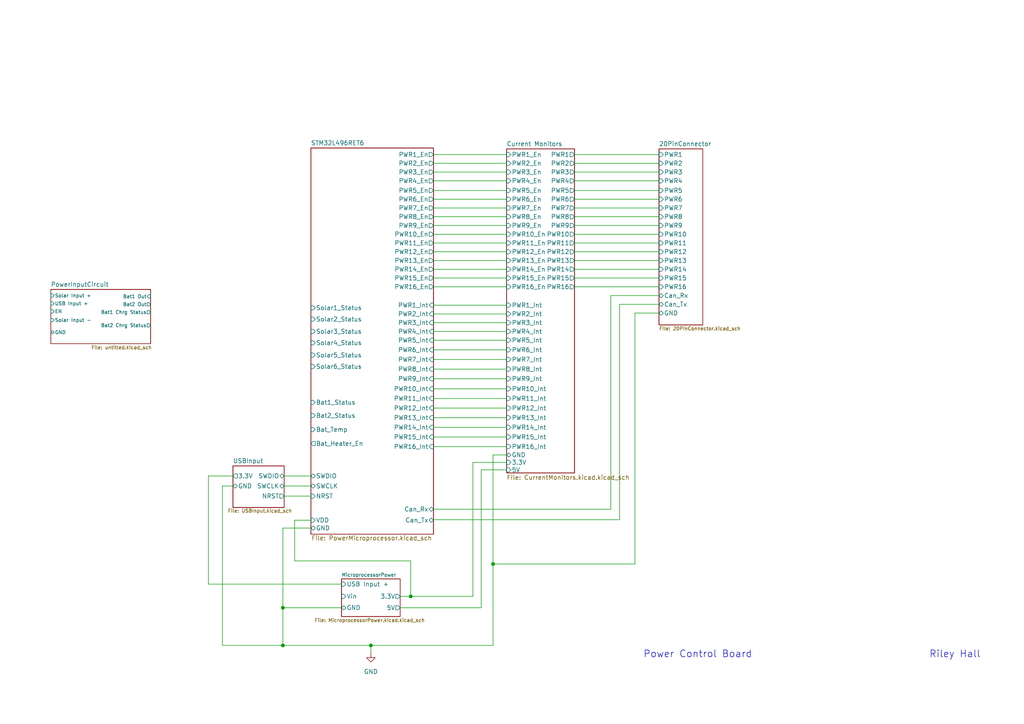
<source format=kicad_sch>
(kicad_sch (version 20211123) (generator eeschema)
  (paper "A4")
  (lib_symbols
    (symbol "power:GND" (power) (pin_names (offset 0))
      (property "Value" "GND" (at 0 -3.81 0))
      (symbol "GND_0_1"
        (polyline (pts (xy 0 0) (xy 0 -1.27) (xy 1.27 -1.27) (xy 0 -2.54) (xy -1.27 -1.27) (xy 0 -1.27)))
      )
      (symbol "GND_1_1"
        (pin power_in line (at 0 0 270) (length 0) hide (name "GND") (number "1"))
      )
    )
  )
  (junction (at 82.042 176.276))
  (junction (at 82.042 187.198))
  (junction (at 107.569 187.198))
  (junction (at 143.002 163.576))
  (junction (at 119.126 172.974))
  (wire (pts (xy 64.516 187.198) (xy 82.042 187.198)))
  (wire (pts (xy 82.042 176.276) (xy 82.042 187.198)))
  (wire (pts (xy 125.73 44.831) (xy 146.939 44.831)))
  (wire (pts (xy 125.73 70.485) (xy 146.939 70.485)))
  (wire (pts (xy 146.939 131.953) (xy 143.002 131.953)))
  (wire (pts (xy 191.135 90.805) (xy 184.15 90.805)))
  (wire (pts (xy 125.73 109.855) (xy 146.939 109.855)))
  (wire (pts (xy 125.73 88.519) (xy 146.939 88.519)))
  (wire (pts (xy 166.624 49.911) (xy 191.135 49.911)))
  (wire (pts (xy 107.569 187.198) (xy 82.042 187.198)))
  (wire (pts (xy 143.002 131.953) (xy 143.002 163.576)))
  (wire (pts (xy 82.423 143.891) (xy 90.17 143.891)))
  (wire (pts (xy 125.73 80.645) (xy 146.939 80.645)))
  (wire (pts (xy 125.73 150.749) (xy 179.705 150.749)))
  (wire (pts (xy 125.73 129.54) (xy 146.939 129.54)))
  (wire (pts (xy 143.002 187.198) (xy 107.569 187.198)))
  (wire (pts (xy 125.73 62.865) (xy 146.939 62.865)))
  (wire (pts (xy 67.564 138.049) (xy 60.452 138.049)))
  (wire (pts (xy 125.73 96.139) (xy 146.939 96.139)))
  (wire (pts (xy 82.042 176.276) (xy 82.042 153.162)))
  (wire (pts (xy 85.471 150.876) (xy 85.471 162.687)))
  (wire (pts (xy 125.73 52.451) (xy 146.939 52.451)))
  (wire (pts (xy 184.15 90.805) (xy 184.15 163.576)))
  (wire (pts (xy 82.042 176.276) (xy 99.06 176.276)))
  (wire (pts (xy 119.126 162.687) (xy 119.126 172.974)))
  (wire (pts (xy 116.078 176.276) (xy 139.573 176.276)))
  (wire (pts (xy 125.73 123.952) (xy 146.939 123.952)))
  (wire (pts (xy 82.042 153.162) (xy 90.17 153.162)))
  (wire (pts (xy 125.73 91.059) (xy 146.939 91.059)))
  (wire (pts (xy 166.624 55.245) (xy 191.135 55.245)))
  (wire (pts (xy 166.624 80.645) (xy 191.135 80.645)))
  (wire (pts (xy 177.165 147.701) (xy 177.165 85.725)))
  (wire (pts (xy 166.624 44.831) (xy 191.135 44.831)))
  (wire (pts (xy 85.471 150.876) (xy 90.17 150.876)))
  (wire (pts (xy 125.73 78.105) (xy 146.939 78.105)))
  (wire (pts (xy 179.705 88.265) (xy 191.135 88.265)))
  (wire (pts (xy 139.573 136.271) (xy 146.939 136.271)))
  (wire (pts (xy 125.73 126.746) (xy 146.939 126.746)))
  (wire (pts (xy 125.73 107.061) (xy 146.939 107.061)))
  (wire (pts (xy 125.73 75.565) (xy 146.939 75.565)))
  (wire (pts (xy 166.624 52.451) (xy 191.135 52.451)))
  (wire (pts (xy 166.624 57.785) (xy 191.135 57.785)))
  (wire (pts (xy 125.73 118.364) (xy 146.939 118.364)))
  (wire (pts (xy 166.624 83.185) (xy 191.135 83.185)))
  (wire (pts (xy 143.002 163.576) (xy 143.002 187.198)))
  (wire (pts (xy 177.165 85.725) (xy 191.135 85.725)))
  (wire (pts (xy 125.73 73.025) (xy 146.939 73.025)))
  (wire (pts (xy 125.73 121.158) (xy 146.939 121.158)))
  (wire (pts (xy 125.73 57.785) (xy 146.939 57.785)))
  (wire (pts (xy 85.471 162.687) (xy 119.126 162.687)))
  (wire (pts (xy 107.569 187.198) (xy 107.569 189.484)))
  (wire (pts (xy 125.73 67.945) (xy 146.939 67.945)))
  (wire (pts (xy 125.73 83.185) (xy 146.939 83.185)))
  (wire (pts (xy 125.73 60.325) (xy 146.939 60.325)))
  (wire (pts (xy 166.624 73.025) (xy 191.135 73.025)))
  (wire (pts (xy 166.624 62.865) (xy 191.135 62.865)))
  (wire (pts (xy 166.624 78.105) (xy 191.135 78.105)))
  (wire (pts (xy 125.73 49.911) (xy 146.939 49.911)))
  (wire (pts (xy 60.452 138.049) (xy 60.452 169.418)))
  (wire (pts (xy 67.564 140.97) (xy 64.516 140.97)))
  (wire (pts (xy 179.705 150.749) (xy 179.705 88.265)))
  (wire (pts (xy 119.126 172.974) (xy 137.16 172.974)))
  (wire (pts (xy 137.16 172.974) (xy 137.16 134.112)))
  (wire (pts (xy 82.423 140.97) (xy 90.17 140.97)))
  (wire (pts (xy 184.15 163.576) (xy 143.002 163.576)))
  (wire (pts (xy 125.73 104.267) (xy 146.939 104.267)))
  (wire (pts (xy 99.06 169.418) (xy 60.452 169.418)))
  (wire (pts (xy 125.73 98.679) (xy 146.939 98.679)))
  (wire (pts (xy 125.73 93.599) (xy 146.939 93.599)))
  (wire (pts (xy 125.73 147.701) (xy 177.165 147.701)))
  (wire (pts (xy 139.573 176.276) (xy 139.573 136.271)))
  (wire (pts (xy 166.624 67.945) (xy 191.135 67.945)))
  (wire (pts (xy 125.73 101.473) (xy 146.939 101.473)))
  (wire (pts (xy 166.624 75.565) (xy 191.135 75.565)))
  (wire (pts (xy 137.16 134.112) (xy 146.939 134.112)))
  (wire (pts (xy 166.624 70.485) (xy 191.135 70.485)))
  (wire (pts (xy 82.423 138.049) (xy 90.17 138.049)))
  (wire (pts (xy 166.624 47.371) (xy 191.135 47.371)))
  (wire (pts (xy 125.73 65.405) (xy 146.939 65.405)))
  (wire (pts (xy 64.516 140.97) (xy 64.516 187.198)))
  (wire (pts (xy 125.73 112.776) (xy 146.939 112.776)))
  (wire (pts (xy 125.73 55.245) (xy 146.939 55.245)))
  (wire (pts (xy 116.078 172.974) (xy 119.126 172.974)))
  (wire (pts (xy 166.624 65.405) (xy 191.135 65.405)))
  (wire (pts (xy 125.73 47.371) (xy 146.939 47.371)))
  (wire (pts (xy 166.624 60.325) (xy 191.135 60.325)))
  (wire (pts (xy 125.73 115.57) (xy 146.939 115.57)))
  (text "Riley Hall" (at 269.494 191.008 0) (effects (font (size 2 2)) (justify left bottom)))
  (text "Power Control Board" (at 186.563 191.008 0) (effects (font (size 2 2)) (justify left bottom)))
  (symbol (lib_id "power:GND") (at 107.569 189.484 0) (unit 1)
    (property "Reference" "#PWR?" (effects hide))
    (property "Value" "GND" (at 107.569 194.818 0))
  )
  (sheet (at 14.732 83.947) (size 28.956 15.748) (stroke (width 0.1524))
    (property "Sheet name" "PowerInputCircuit" (at 14.732 83.2354 0) (effects (justify left bottom)))
    (property "Sheet file" "untitled.kicad_sch" (at 26.416 100.203 0) (effects (font (size 1 1)) (justify left top)))
    (pin "Solar Input +" input (at 14.732 85.725 180) (effects (font (size 1 1))))
    (pin "Solar Input -" input (at 14.732 92.837 180) (effects (font (size 1 1))))
    (pin "EN" input (at 14.732 90.297 180) (effects (font (size 1 1))))
    (pin "GND" bidirectional (at 14.732 96.393 180) (effects (font (size 1 1))))
    (pin "Bat2 Chrg Status" output (at 43.688 94.361 0) (effects (font (size 1 1))))
    (pin "Bat1 Chrg Status" output (at 43.688 90.551 0) (effects (font (size 1 1))))
    (pin "Bat2 Out" output (at 43.688 88.265 0) (effects (font (size 1 1))))
    (pin "Bat1 Out" input (at 43.688 85.979 0) (effects (font (size 1 1))))
    (pin "USB Input +" input (at 14.732 88.011 180) (effects (font (size 1 1))))
  )
  (sheet (at 191.135 43.18) (size 12.7 51.054) (stroke (width 0.1524))
    (property "Sheet name" "20PinConnector" (at 191.135 42.4684 0) (effects (justify left bottom)))
    (property "Sheet file" "20PinConnector.kicad_sch" (at 191.135 94.7106 0) (effects (font (size 1 1)) (justify left top)))
    (pin "PWR9" input (at 191.135 65.405 180))
    (pin "PWR5" input (at 191.135 55.245 180))
    (pin "PWR6" input (at 191.135 57.785 180))
    (pin "PWR7" input (at 191.135 60.325 180))
    (pin "PWR8" input (at 191.135 62.865 180))
    (pin "PWR10" input (at 191.135 67.945 180))
    (pin "PWR1" input (at 191.135 44.831 180))
    (pin "PWR3" input (at 191.135 49.911 180))
    (pin "PWR2" input (at 191.135 47.371 180))
    (pin "PWR4" input (at 191.135 52.451 180))
    (pin "GND" bidirectional (at 191.135 90.805 180))
    (pin "Can_Rx" bidirectional (at 191.135 85.725 180))
    (pin "PWR16" input (at 191.135 83.185 180))
    (pin "Can_Tx" bidirectional (at 191.135 88.265 180))
    (pin "PWR11" input (at 191.135 70.485 180))
    (pin "PWR12" input (at 191.135 73.025 180))
    (pin "PWR13" input (at 191.135 75.565 180))
    (pin "PWR14" input (at 191.135 78.105 180))
    (pin "PWR15" input (at 191.135 80.645 180))
  )
  (sheet (at 90.17 42.926) (size 35.56 112.014) (stroke (width 0.1524))
    (property "Sheet name" "STM32L496RET6" (at 90.17 42.2144 0) (effects (justify left bottom)))
    (property "Sheet file" "PowerMicroprocessor.kicad_sch" (at 90.297 155.321 0) (effects (justify left top)))
    (pin "GND" bidirectional (at 90.17 153.162 180))
    (pin "VDD" input (at 90.17 150.876 180))
    (pin "Can_Tx" bidirectional (at 125.73 150.876 0))
    (pin "Bat1_Status" input (at 90.17 116.713 180))
    (pin "Can_Rx" bidirectional (at 125.73 147.701 0))
    (pin "PWR12_En" output (at 125.73 73.025 0))
    (pin "PWR11_Int" input (at 125.73 115.57 0))
    (pin "PWR10_Int" input (at 125.73 112.776 0))
    (pin "PWR11_En" output (at 125.73 70.485 0))
    (pin "PWR12_Int" input (at 125.73 118.364 0))
    (pin "PWR14_Int" input (at 125.73 123.952 0))
    (pin "PWR13_Int" input (at 125.73 121.158 0))
    (pin "PWR13_En" output (at 125.73 75.565 0))
    (pin "PWR14_En" output (at 125.73 78.105 0))
    (pin "PWR15_En" output (at 125.73 80.645 0))
    (pin "PWR15_Int" input (at 125.73 126.746 0))
    (pin "SWDIO" bidirectional (at 90.17 138.049 180))
    (pin "PWR16_Int" input (at 125.73 129.54 0))
    (pin "PWR16_En" output (at 125.73 83.185 0))
    (pin "PWR7_Int" input (at 125.73 104.267 0))
    (pin "PWR6_En" output (at 125.73 57.785 0))
    (pin "PWR6_Int" input (at 125.73 101.473 0))
    (pin "PWR7_En" output (at 125.73 60.325 0))
    (pin "PWR8_En" output (at 125.73 62.865 0))
    (pin "PWR9_En" output (at 125.73 65.405 0))
    (pin "PWR8_Int" input (at 125.73 107.061 0))
    (pin "PWR9_Int" input (at 125.73 109.855 0))
    (pin "PWR10_En" output (at 125.73 67.945 0))
    (pin "PWR5_En" output (at 125.73 55.245 0))
    (pin "PWR5_Int" input (at 125.73 98.679 0))
    (pin "PWR4_Int" input (at 125.73 96.139 0))
    (pin "PWR3_Int" input (at 125.73 93.599 0))
    (pin "PWR4_En" output (at 125.73 52.451 0))
    (pin "PWR3_En" output (at 125.73 49.911 0))
    (pin "PWR2_En" output (at 125.73 47.371 0))
    (pin "PWR2_Int" input (at 125.73 91.059 0))
    (pin "PWR1_Int" input (at 125.73 88.519 0))
    (pin "PWR1_En" output (at 125.73 44.831 0))
    (pin "NRST" input (at 90.17 143.891 180))
    (pin "Bat2_Status" input (at 90.17 120.523 180))
    (pin "Bat_Temp" input (at 90.17 124.587 180))
    (pin "Bat_Heater_En" output (at 90.17 128.651 180))
    (pin "Solar1_Status" input (at 90.17 89.281 180))
    (pin "SWCLK" bidirectional (at 90.17 140.97 180))
    (pin "Solar5_Status" input (at 90.17 102.997 180))
    (pin "Solar2_Status" input (at 90.17 92.583 180))
    (pin "Solar3_Status" input (at 90.17 96.139 180))
    (pin "Solar4_Status" input (at 90.17 99.441 180))
    (pin "Solar6_Status" input (at 90.17 106.299 180))
  )
  (sheet (at 67.564 135.128) (size 14.859 12.065) (stroke (width 0.1524))
    (property "Sheet name" "USBInput" (at 67.564 134.4164 0) (effects (justify left bottom)))
    (property "Sheet file" "USBInput.kicad_sch" (at 66.04 147.574 0) (effects (font (size 1 1)) (justify left top)))
    (pin "SWCLK" bidirectional (at 82.423 140.97 0))
    (pin "SWDIO" bidirectional (at 82.423 138.049 0))
    (pin "3.3V" output (at 67.564 138.049 180))
    (pin "NRST" output (at 82.423 143.891 0))
    (pin "GND" bidirectional (at 67.564 140.97 180))
  )
  (sheet (at 146.939 43.18) (size 19.685 93.98) (stroke (width 0.1524))
    (property "Sheet name" "Current Monitors" (at 146.939 42.4684 0) (effects (justify left bottom)))
    (property "Sheet file" "CurrentMonitors.kicad.kicad_sch" (at 146.939 137.7446 0) (effects (justify left top)))
    (pin "5V" input (at 146.939 136.271 180))
    (pin "PWR4_Int" input (at 146.939 96.139 180))
    (pin "3.3V" input (at 146.939 134.112 180))
    (pin "PWR11_En" input (at 146.939 70.485 180))
    (pin "PWR10_En" input (at 146.939 67.945 180))
    (pin "PWR1_Int" input (at 146.939 88.519 180))
    (pin "PWR9_En" input (at 146.939 65.405 180))
    (pin "PWR12_En" input (at 146.939 73.025 180))
    (pin "PWR4" output (at 166.624 52.451 0))
    (pin "PWR15_Int" input (at 146.939 126.746 180))
    (pin "PWR15" output (at 166.624 80.645 0))
    (pin "PWR16_Int" input (at 146.939 129.54 180))
    (pin "PWR16" output (at 166.624 83.185 0))
    (pin "PWR13_Int" input (at 146.939 121.158 180))
    (pin "PWR13" output (at 166.624 75.565 0))
    (pin "PWR14_Int" input (at 146.939 123.952 180))
    (pin "PWR14" output (at 166.624 78.105 0))
    (pin "PWR11" output (at 166.624 70.485 0))
    (pin "PWR11_Int" input (at 146.939 115.57 180))
    (pin "PWR12_Int" input (at 146.939 118.364 180))
    (pin "PWR12" output (at 166.624 73.025 0))
    (pin "PWR9" output (at 166.624 65.405 0))
    (pin "PWR10_Int" input (at 146.939 112.776 180))
    (pin "PWR10" output (at 166.624 67.945 0))
    (pin "PWR9_Int" input (at 146.939 109.855 180))
    (pin "PWR3_Int" input (at 146.939 93.599 180))
    (pin "PWR3" output (at 166.624 49.911 0))
    (pin "PWR2_En" input (at 146.939 47.371 180))
    (pin "PWR3_En" input (at 146.939 49.911 180))
    (pin "PWR1" output (at 166.624 44.831 0))
    (pin "PWR2_Int" input (at 146.939 91.059 180))
    (pin "PWR2" output (at 166.624 47.371 0))
    (pin "PWR1_En" input (at 146.939 44.831 180))
    (pin "PWR7_En" input (at 146.939 60.325 180))
    (pin "PWR8_En" input (at 146.939 62.865 180))
    (pin "PWR6_En" input (at 146.939 57.785 180))
    (pin "PWR4_En" input (at 146.939 52.451 180))
    (pin "PWR5_En" input (at 146.939 55.245 180))
    (pin "PWR13_En" input (at 146.939 75.565 180))
    (pin "PWR15_En" input (at 146.939 80.645 180))
    (pin "PWR16_En" input (at 146.939 83.185 180))
    (pin "PWR7_Int" input (at 146.939 104.267 180))
    (pin "PWR8_Int" input (at 146.939 107.061 180))
    (pin "PWR7" output (at 166.624 60.325 0))
    (pin "PWR8" output (at 166.624 62.865 0))
    (pin "PWR14_En" input (at 146.939 78.105 180))
    (pin "PWR5" output (at 166.624 55.245 0))
    (pin "PWR5_Int" input (at 146.939 98.679 180))
    (pin "PWR6_Int" input (at 146.939 101.473 180))
    (pin "PWR6" output (at 166.624 57.785 0))
    (pin "GND" bidirectional (at 146.939 131.953 180))
  )
  (sheet (at 99.06 167.894) (size 17.018 10.922) (stroke (width 0.1524))
    (property "Sheet name" "MicroprocessorPower" (at 99.06 167.3174 0) (effects (font (size 1 1)) (justify left bottom)))
    (property "Sheet file" "MicroprocessorPower.kicad.kicad_sch" (at 91.186 179.324 0) (effects (font (size 1 1)) (justify left top)))
    (pin "USB Input +" input (at 99.06 169.418 180))
    (pin "GND" bidirectional (at 99.06 176.276 180))
    (pin "3.3V" output (at 116.078 172.974 0))
    (pin "5V" output (at 116.078 176.276 0))
    (pin "Vin" input (at 99.06 172.974 180))
  )
)
</source>
